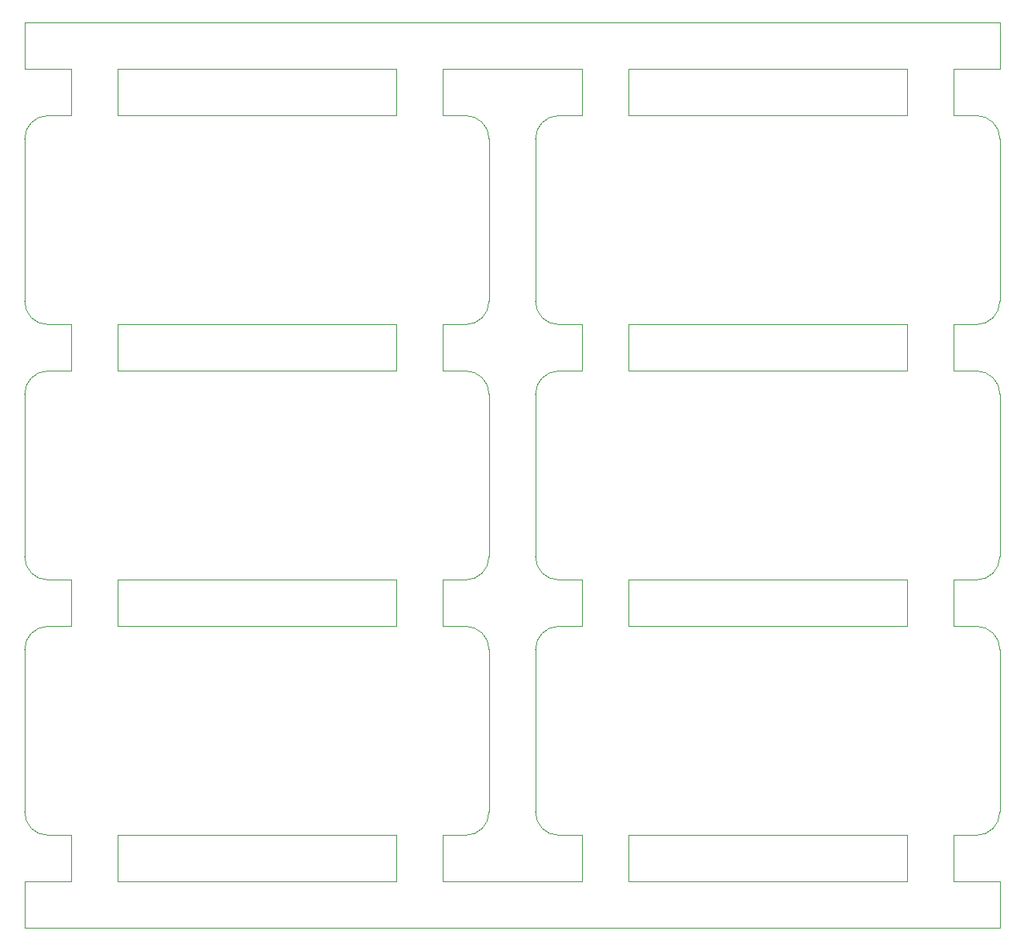
<source format=gbr>
G04 #@! TF.GenerationSoftware,KiCad,Pcbnew,(5.1.4)-1*
G04 #@! TF.CreationDate,2020-09-18T21:31:58+02:00*
G04 #@! TF.ProjectId,cheapFeather,63686561-7046-4656-9174-6865722e6b69,rev?*
G04 #@! TF.SameCoordinates,Original*
G04 #@! TF.FileFunction,Profile,NP*
%FSLAX46Y46*%
G04 Gerber Fmt 4.6, Leading zero omitted, Abs format (unit mm)*
G04 Created by KiCad (PCBNEW (5.1.4)-1) date 2020-09-18 21:31:58*
%MOMM*%
%LPD*%
G04 APERTURE LIST*
%ADD10C,0.050000*%
G04 APERTURE END LIST*
D10*
X111760000Y-104140000D02*
X109220000Y-104140000D01*
X114300000Y-124460000D02*
G75*
G02X111760000Y-127000000I-2540000J0D01*
G01*
X111760000Y-104140000D02*
G75*
G02X114300000Y-106680000I0J-2540000D01*
G01*
X121920000Y-127000000D02*
G75*
G02X119380000Y-124460000I0J2540000D01*
G01*
X167640000Y-104140000D02*
X165100000Y-104140000D01*
X66040000Y-127000000D02*
G75*
G02X63500000Y-124460000I0J2540000D01*
G01*
X111760000Y-127000000D02*
X109220000Y-127000000D01*
X63500000Y-106680000D02*
G75*
G02X66040000Y-104140000I2540000J0D01*
G01*
X63500000Y-124460000D02*
X63500000Y-106680000D01*
X114300000Y-106680000D02*
X114300000Y-124460000D01*
X170180000Y-106680000D02*
X170180000Y-124460000D01*
X119380000Y-124460000D02*
X119380000Y-106680000D01*
X121920000Y-99060000D02*
G75*
G02X119380000Y-96520000I0J2540000D01*
G01*
X167640000Y-76200000D02*
X165100000Y-76200000D01*
X167640000Y-76200000D02*
G75*
G02X170180000Y-78740000I0J-2540000D01*
G01*
X170180000Y-96520000D02*
G75*
G02X167640000Y-99060000I-2540000J0D01*
G01*
X63500000Y-78740000D02*
G75*
G02X66040000Y-76200000I2540000J0D01*
G01*
X111760000Y-76200000D02*
X109220000Y-76200000D01*
X170180000Y-78740000D02*
X170180000Y-96520000D01*
X167640000Y-48260000D02*
X165100000Y-48260000D01*
X119380000Y-78740000D02*
G75*
G02X121920000Y-76200000I2540000J0D01*
G01*
X66040000Y-99060000D02*
G75*
G02X63500000Y-96520000I0J2540000D01*
G01*
X114300000Y-96520000D02*
G75*
G02X111760000Y-99060000I-2540000J0D01*
G01*
X121920000Y-71120000D02*
G75*
G02X119380000Y-68580000I0J2540000D01*
G01*
X170180000Y-124460000D02*
G75*
G02X167640000Y-127000000I-2540000J0D01*
G01*
X167640000Y-127000000D02*
X165100000Y-127000000D01*
X119380000Y-106680000D02*
G75*
G02X121920000Y-104140000I2540000J0D01*
G01*
X111760000Y-99060000D02*
X109220000Y-99060000D01*
X167640000Y-99060000D02*
X165100000Y-99060000D01*
X63500000Y-96520000D02*
X63500000Y-78740000D01*
X114300000Y-78740000D02*
X114300000Y-96520000D01*
X119380000Y-96520000D02*
X119380000Y-78740000D01*
X111760000Y-76200000D02*
G75*
G02X114300000Y-78740000I0J-2540000D01*
G01*
X167640000Y-104140000D02*
G75*
G02X170180000Y-106680000I0J-2540000D01*
G01*
X167640000Y-71120000D02*
X165100000Y-71120000D01*
X114300000Y-50800000D02*
X114300000Y-68580000D01*
X73660000Y-43180000D02*
X104140000Y-43180000D01*
X63500000Y-43180000D02*
X63500000Y-38100000D01*
X167640000Y-48260000D02*
G75*
G02X170180000Y-50800000I0J-2540000D01*
G01*
X111760000Y-48260000D02*
X109220000Y-48260000D01*
X119380000Y-68580000D02*
X119380000Y-50800000D01*
X170180000Y-50800000D02*
X170180000Y-68580000D01*
X170180000Y-68580000D02*
G75*
G02X167640000Y-71120000I-2540000J0D01*
G01*
X68580000Y-43180000D02*
X68580000Y-48260000D01*
X119380000Y-50800000D02*
G75*
G02X121920000Y-48260000I2540000J0D01*
G01*
X66040000Y-71120000D02*
G75*
G02X63500000Y-68580000I0J2540000D01*
G01*
X111760000Y-71120000D02*
X109220000Y-71120000D01*
X111760000Y-48260000D02*
G75*
G02X114300000Y-50800000I0J-2540000D01*
G01*
X63500000Y-68580000D02*
X63500000Y-50800000D01*
X73660000Y-48260000D02*
X73660000Y-43180000D01*
X63500000Y-43180000D02*
X68580000Y-43180000D01*
X63500000Y-38100000D02*
X170180000Y-38100000D01*
X170180000Y-38100000D02*
X170180000Y-43180000D01*
X114300000Y-68580000D02*
G75*
G02X111760000Y-71120000I-2540000J0D01*
G01*
X63500000Y-50800000D02*
G75*
G02X66040000Y-48260000I2540000J0D01*
G01*
X170180000Y-43180000D02*
X165100000Y-43180000D01*
X68580000Y-48260000D02*
X66040000Y-48260000D01*
X170180000Y-132080000D02*
X165100000Y-132080000D01*
X160020000Y-127000000D02*
X129540000Y-127000000D01*
X124460000Y-48260000D02*
X121920000Y-48260000D01*
X104140000Y-127000000D02*
X73660000Y-127000000D01*
X124460000Y-132080000D02*
X109220000Y-132080000D01*
X109220000Y-48260000D02*
X109220000Y-43180000D01*
X170180000Y-137160000D02*
X63500000Y-137160000D01*
X63500000Y-132080000D02*
X68580000Y-132080000D01*
X109220000Y-43180000D02*
X124460000Y-43180000D01*
X160020000Y-43180000D02*
X160020000Y-48260000D01*
X160020000Y-48260000D02*
X129540000Y-48260000D01*
X129540000Y-48260000D02*
X129540000Y-43180000D01*
X124460000Y-127000000D02*
X121920000Y-127000000D01*
X104140000Y-48260000D02*
X73660000Y-48260000D01*
X170180000Y-132080000D02*
X170180000Y-137160000D01*
X73660000Y-127000000D02*
X73660000Y-127000000D01*
X63500000Y-137160000D02*
X63500000Y-132080000D01*
X124460000Y-43180000D02*
X124460000Y-48260000D01*
X160020000Y-132080000D02*
X129540000Y-132080000D01*
X104140000Y-43180000D02*
X104140000Y-48260000D01*
X104140000Y-132080000D02*
X73660000Y-132080000D01*
X129540000Y-43180000D02*
X160020000Y-43180000D01*
X165100000Y-48260000D02*
X165100000Y-43180000D01*
X68580000Y-127000000D02*
X66040000Y-127000000D01*
X165100000Y-127000000D02*
X165100000Y-132080000D01*
X73660000Y-104140000D02*
X73660000Y-99060000D01*
X68580000Y-132080000D02*
X68580000Y-127000000D01*
X73660000Y-127000000D02*
X73660000Y-132080000D01*
X109220000Y-127000000D02*
X109220000Y-132080000D01*
X124460000Y-71120000D02*
X124460000Y-76200000D01*
X109220000Y-76200000D02*
X109220000Y-71120000D01*
X68580000Y-71120000D02*
X68580000Y-76200000D01*
X104140000Y-71120000D02*
X104140000Y-76200000D01*
X104140000Y-99060000D02*
X104140000Y-104140000D01*
X73660000Y-76200000D02*
X73660000Y-71120000D01*
X129540000Y-76200000D02*
X129540000Y-71120000D01*
X68580000Y-99060000D02*
X68580000Y-104140000D01*
X160020000Y-71120000D02*
X160020000Y-76200000D01*
X165100000Y-76200000D02*
X165100000Y-71120000D01*
X124460000Y-132080000D02*
X124460000Y-127000000D01*
X160020000Y-132080000D02*
X160020000Y-127000000D01*
X129540000Y-127000000D02*
X129540000Y-132080000D01*
X109220000Y-104140000D02*
X109220000Y-99060000D01*
X73660000Y-127000000D02*
X73660000Y-127000000D01*
X73660000Y-127000000D02*
X73660000Y-127000000D01*
X104140000Y-132080000D02*
X104140000Y-127000000D01*
X104140000Y-99060000D02*
X73660000Y-99060000D01*
X160020000Y-104140000D02*
X129540000Y-104140000D01*
X124460000Y-104140000D02*
X121920000Y-104140000D01*
X160020000Y-76200000D02*
X129540000Y-76200000D01*
X160020000Y-99060000D02*
X160020000Y-104140000D01*
X68580000Y-104140000D02*
X66040000Y-104140000D01*
X165100000Y-104140000D02*
X165100000Y-99060000D01*
X68580000Y-71120000D02*
X66040000Y-71120000D01*
X68580000Y-76200000D02*
X66040000Y-76200000D01*
X104140000Y-76200000D02*
X73660000Y-76200000D01*
X68580000Y-99060000D02*
X66040000Y-99060000D01*
X160020000Y-99060000D02*
X129540000Y-99060000D01*
X109220000Y-71120000D02*
X109220000Y-71120000D01*
X124460000Y-76200000D02*
X121920000Y-76200000D01*
X104140000Y-71120000D02*
X73660000Y-71120000D01*
X160020000Y-71120000D02*
X129540000Y-71120000D01*
X124460000Y-71120000D02*
X121920000Y-71120000D01*
X104140000Y-104140000D02*
X73660000Y-104140000D01*
X124460000Y-99060000D02*
X121920000Y-99060000D01*
X124460000Y-99060000D02*
X124460000Y-104140000D01*
X129540000Y-104140000D02*
X129540000Y-99060000D01*
M02*

</source>
